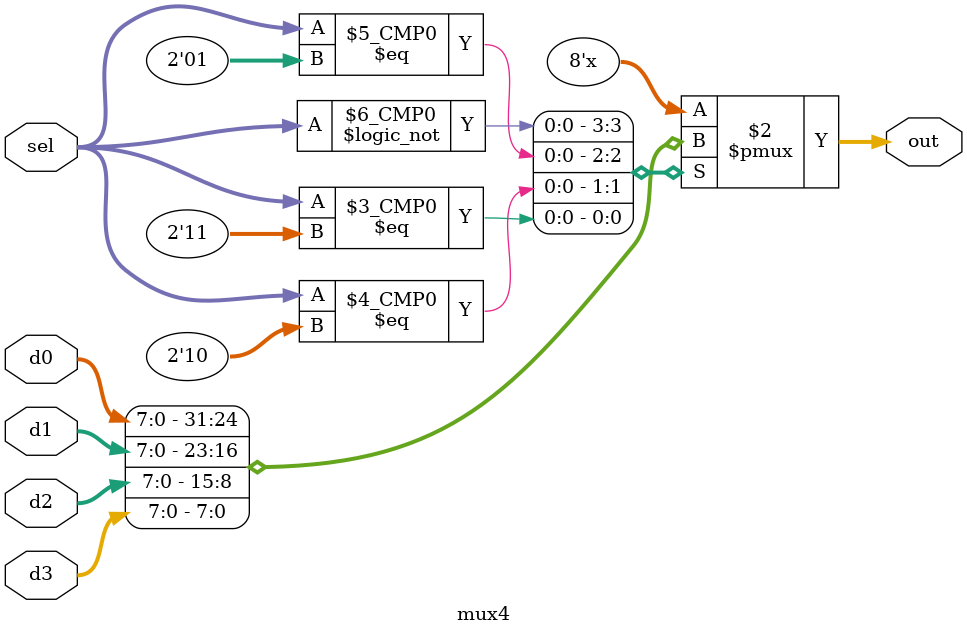
<source format=sv>
`timescale 1ns / 1ps


module mux4 #(parameter N=8)(
    input   logic [N-1:0]     d0, d1, d2, d3,
    input   logic [1:0]       sel,
    output  logic [N-1:0]     out
    );
    
    always_comb begin
        case(sel)
            'b00 : out = d0;
            'b01 : out = d1;
            'b10 : out = d2;
            'b11 : out = d3;
            
            default : out = 0;
        endcase
    end

endmodule

</source>
